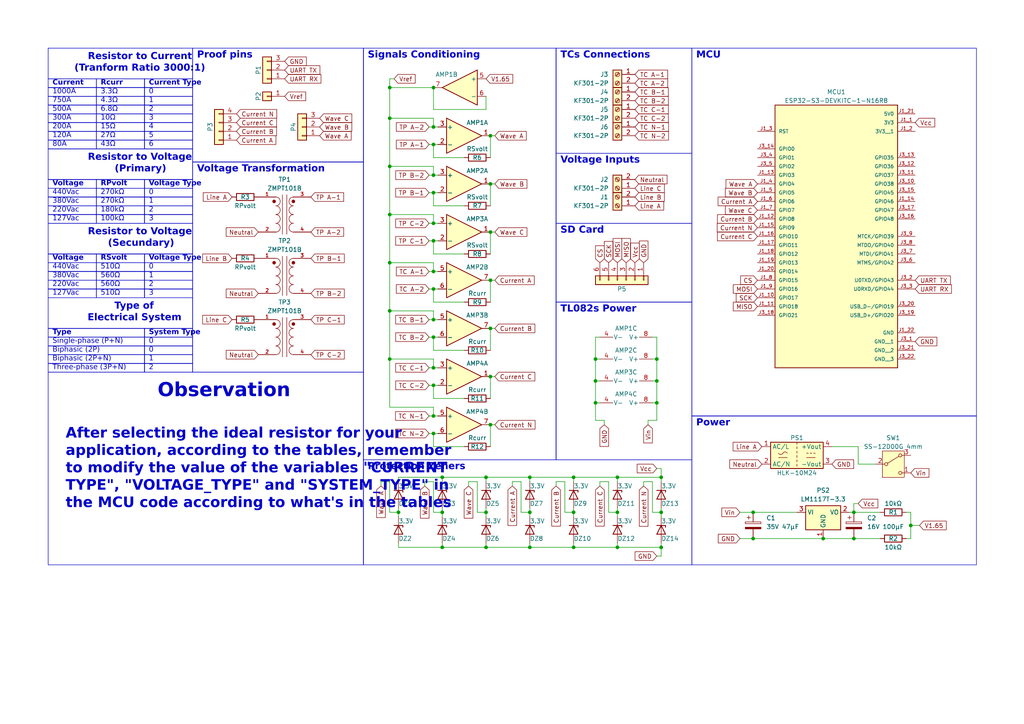
<source format=kicad_sch>
(kicad_sch (version 20230121) (generator eeschema)
  (paper "A4")
  (title_block (title "Power Vision V3.2 Schematic") (date "31/05/2024") (rev "1.2") (company "https://www.linkedin.com/in/lucasrguerra"))
  (junction (at 179.07 148.59))
  (junction (at 166.37 148.59))
  (junction (at 191.77 148.59))
  (junction (at 140.97 138.43))
  (junction (at 113.03 62.23))
  (junction (at 264.16 152.4))
  (junction (at 125.73 83.82))
  (junction (at 190.5 110.49))
  (junction (at 125.73 69.85))
  (junction (at 179.07 158.75))
  (junction (at 142.24 81.28))
  (junction (at 125.73 55.88))
  (junction (at 113.03 104.14))
  (junction (at 153.67 148.59))
  (junction (at 142.24 53.34))
  (junction (at 125.73 92.71))
  (junction (at 191.77 158.75))
  (junction (at 125.73 25.4))
  (junction (at 153.67 138.43))
  (junction (at 190.5 116.84))
  (junction (at 125.73 36.83))
  (junction (at 128.27 158.75))
  (junction (at 238.76 156.21))
  (junction (at 218.44 148.59))
  (junction (at 142.24 123.19))
  (junction (at 125.73 106.68))
  (junction (at 128.27 138.43))
  (junction (at 125.73 41.91))
  (junction (at 113.03 76.2))
  (junction (at 191.77 138.43))
  (junction (at 247.65 156.21))
  (junction (at 142.24 95.25))
  (junction (at 142.24 39.37))
  (junction (at 140.97 148.59))
  (junction (at 218.44 156.21))
  (junction (at 166.37 158.75))
  (junction (at 172.72 104.14))
  (junction (at 166.37 138.43))
  (junction (at 179.07 138.43))
  (junction (at 153.67 158.75))
  (junction (at 128.27 148.59))
  (junction (at 142.24 67.31))
  (junction (at 190.5 104.14))
  (junction (at 142.24 109.22))
  (junction (at 125.73 50.8))
  (junction (at 113.03 48.26))
  (junction (at 125.73 97.79))
  (junction (at 113.03 34.29))
  (junction (at 125.73 125.73))
  (junction (at 113.03 25.4))
  (junction (at 125.73 64.77))
  (junction (at 172.72 116.84))
  (junction (at 125.73 120.65))
  (junction (at 125.73 78.74))
  (junction (at 115.57 148.59))
  (junction (at 172.72 110.49))
  (junction (at 247.65 148.59))
  (junction (at 140.97 158.75))
  (junction (at 113.03 90.17))
  (junction (at 125.73 111.76))
  (wire (pts (xy 113.03 62.23) (xy 113.03 76.2)))
  (wire (pts (xy 142.24 53.34) (xy 143.51 53.34)))
  (wire (pts (xy 128.27 138.43) (xy 128.27 139.7)))
  (wire (pts (xy 125.73 31.75) (xy 125.73 25.4)))
  (wire (pts (xy 248.92 146.05) (xy 247.65 146.05)))
  (wire (pts (xy 142.24 129.54) (xy 142.24 123.19)))
  (wire (pts (xy 140.97 27.94) (xy 140.97 31.75)))
  (wire (pts (xy 115.57 158.75) (xy 128.27 158.75)))
  (wire (pts (xy 113.03 139.7) (xy 113.03 148.59)))
  (wire (pts (xy 179.07 139.7) (xy 179.07 138.43)))
  (wire (pts (xy 113.03 76.2) (xy 113.03 90.17)))
  (wire (pts (xy 125.73 48.26) (xy 113.03 48.26)))
  (wire (pts (xy 166.37 138.43) (xy 179.07 138.43)))
  (wire (pts (xy 125.73 106.68) (xy 125.73 104.14)))
  (wire (pts (xy 125.73 41.91) (xy 127 41.91)))
  (wire (pts (xy 125.73 69.85) (xy 127 69.85)))
  (wire (pts (xy 191.77 148.59) (xy 191.77 149.86)))
  (wire (pts (xy 142.24 45.72) (xy 142.24 39.37)))
  (wire (pts (xy 125.73 104.14) (xy 113.03 104.14)))
  (wire (pts (xy 148.59 139.7) (xy 148.59 140.97)))
  (wire (pts (xy 115.57 148.59) (xy 115.57 149.86)))
  (wire (pts (xy 115.57 147.32) (xy 115.57 148.59)))
  (wire (pts (xy 218.44 148.59) (xy 231.14 148.59)))
  (wire (pts (xy 125.73 83.82) (xy 127 83.82)))
  (wire (pts (xy 125.73 111.76) (xy 127 111.76)))
  (wire (pts (xy 179.07 158.75) (xy 191.77 158.75)))
  (wire (pts (xy 140.97 139.7) (xy 140.97 138.43)))
  (wire (pts (xy 124.46 83.82) (xy 125.73 83.82)))
  (wire (pts (xy 134.62 59.69) (xy 125.73 59.69)))
  (wire (pts (xy 125.73 92.71) (xy 125.73 90.17)))
  (wire (pts (xy 124.46 125.73) (xy 125.73 125.73)))
  (wire (pts (xy 262.89 148.59) (xy 264.16 148.59)))
  (wire (pts (xy 125.73 139.7) (xy 125.73 148.59)))
  (wire (pts (xy 247.65 156.21) (xy 255.27 156.21)))
  (wire (pts (xy 125.73 90.17) (xy 113.03 90.17)))
  (wire (pts (xy 247.65 146.05) (xy 247.65 148.59)))
  (wire (pts (xy 113.03 34.29) (xy 113.03 48.26)))
  (wire (pts (xy 173.99 116.84) (xy 172.72 116.84)))
  (wire (pts (xy 135.89 139.7) (xy 138.43 139.7)))
  (wire (pts (xy 166.37 147.32) (xy 166.37 148.59)))
  (wire (pts (xy 113.03 34.29) (xy 125.73 34.29)))
  (wire (pts (xy 186.69 139.7) (xy 186.69 140.97)))
  (wire (pts (xy 123.19 139.7) (xy 123.19 140.97)))
  (wire (pts (xy 134.62 129.54) (xy 125.73 129.54)))
  (wire (pts (xy 166.37 158.75) (xy 153.67 158.75)))
  (wire (pts (xy 125.73 97.79) (xy 127 97.79)))
  (wire (pts (xy 124.46 64.77) (xy 125.73 64.77)))
  (wire (pts (xy 190.5 110.49) (xy 189.23 110.49)))
  (wire (pts (xy 179.07 157.48) (xy 179.07 158.75)))
  (wire (pts (xy 191.77 139.7) (xy 191.77 138.43)))
  (wire (pts (xy 113.03 90.17) (xy 113.03 104.14)))
  (wire (pts (xy 125.73 36.83) (xy 125.73 34.29)))
  (wire (pts (xy 140.97 147.32) (xy 140.97 148.59)))
  (wire (pts (xy 175.26 121.92) (xy 172.72 121.92)))
  (wire (pts (xy 173.99 97.79) (xy 172.72 97.79)))
  (wire (pts (xy 189.23 97.79) (xy 190.5 97.79)))
  (wire (pts (xy 161.29 139.7) (xy 161.29 140.97)))
  (wire (pts (xy 128.27 158.75) (xy 128.27 157.48)))
  (wire (pts (xy 189.23 139.7) (xy 189.23 148.59)))
  (wire (pts (xy 113.03 22.86) (xy 114.3 22.86)))
  (wire (pts (xy 264.16 152.4) (xy 266.7 152.4)))
  (wire (pts (xy 172.72 97.79) (xy 172.72 104.14)))
  (wire (pts (xy 138.43 139.7) (xy 138.43 148.59)))
  (wire (pts (xy 124.46 69.85) (xy 125.73 69.85)))
  (wire (pts (xy 124.46 50.8) (xy 125.73 50.8)))
  (wire (pts (xy 123.19 139.7) (xy 125.73 139.7)))
  (wire (pts (xy 142.24 81.28) (xy 143.51 81.28)))
  (wire (pts (xy 142.24 123.19) (xy 143.51 123.19)))
  (wire (pts (xy 125.73 62.23) (xy 113.03 62.23)))
  (wire (pts (xy 153.67 158.75) (xy 140.97 158.75)))
  (wire (pts (xy 124.46 41.91) (xy 125.73 41.91)))
  (wire (pts (xy 124.46 55.88) (xy 125.73 55.88)))
  (wire (pts (xy 176.53 148.59) (xy 179.07 148.59)))
  (wire (pts (xy 166.37 157.48) (xy 166.37 158.75)))
  (wire (pts (xy 125.73 36.83) (xy 127 36.83)))
  (wire (pts (xy 124.46 120.65) (xy 125.73 120.65)))
  (wire (pts (xy 140.97 31.75) (xy 125.73 31.75)))
  (wire (pts (xy 125.73 120.65) (xy 127 120.65)))
  (wire (pts (xy 125.73 118.11) (xy 125.73 120.65)))
  (wire (pts (xy 140.97 148.59) (xy 140.97 149.86)))
  (wire (pts (xy 115.57 157.48) (xy 115.57 158.75)))
  (wire (pts (xy 142.24 67.31) (xy 143.51 67.31)))
  (wire (pts (xy 113.03 48.26) (xy 113.03 62.23)))
  (wire (pts (xy 113.03 22.86) (xy 113.03 25.4)))
  (wire (pts (xy 124.46 106.68) (xy 125.73 106.68)))
  (wire (pts (xy 113.03 118.11) (xy 125.73 118.11)))
  (wire (pts (xy 163.83 148.59) (xy 166.37 148.59)))
  (wire (pts (xy 142.24 67.31) (xy 142.24 73.66)))
  (wire (pts (xy 125.73 101.6) (xy 125.73 97.79)))
  (wire (pts (xy 148.59 139.7) (xy 151.13 139.7)))
  (wire (pts (xy 142.24 95.25) (xy 143.51 95.25)))
  (wire (pts (xy 125.73 78.74) (xy 125.73 76.2)))
  (wire (pts (xy 125.73 78.74) (xy 127 78.74)))
  (wire (pts (xy 264.16 152.4) (xy 264.16 156.21)))
  (wire (pts (xy 179.07 147.32) (xy 179.07 148.59)))
  (wire (pts (xy 125.73 106.68) (xy 127 106.68)))
  (wire (pts (xy 191.77 135.89) (xy 191.77 138.43)))
  (wire (pts (xy 110.49 139.7) (xy 113.03 139.7)))
  (wire (pts (xy 190.5 104.14) (xy 190.5 110.49)))
  (wire (pts (xy 172.72 104.14) (xy 172.72 110.49)))
  (wire (pts (xy 264.16 148.59) (xy 264.16 152.4)))
  (wire (pts (xy 142.24 101.6) (xy 142.24 95.25)))
  (wire (pts (xy 191.77 147.32) (xy 191.77 148.59)))
  (wire (pts (xy 142.24 115.57) (xy 142.24 109.22)))
  (wire (pts (xy 190.5 97.79) (xy 190.5 104.14)))
  (wire (pts (xy 189.23 148.59) (xy 191.77 148.59)))
  (wire (pts (xy 190.5 110.49) (xy 190.5 116.84)))
  (wire (pts (xy 125.73 64.77) (xy 127 64.77)))
  (wire (pts (xy 262.89 156.21) (xy 264.16 156.21)))
  (wire (pts (xy 140.97 157.48) (xy 140.97 158.75)))
  (wire (pts (xy 113.03 25.4) (xy 125.73 25.4)))
  (wire (pts (xy 191.77 161.29) (xy 191.77 158.75)))
  (wire (pts (xy 115.57 138.43) (xy 128.27 138.43)))
  (wire (pts (xy 125.73 76.2) (xy 113.03 76.2)))
  (wire (pts (xy 134.62 101.6) (xy 125.73 101.6)))
  (wire (pts (xy 190.5 116.84) (xy 190.5 121.92)))
  (wire (pts (xy 140.97 158.75) (xy 128.27 158.75)))
  (wire (pts (xy 110.49 139.7) (xy 110.49 140.97)))
  (wire (pts (xy 124.46 36.83) (xy 125.73 36.83)))
  (wire (pts (xy 113.03 104.14) (xy 113.03 118.11)))
  (wire (pts (xy 179.07 148.59) (xy 179.07 149.86)))
  (wire (pts (xy 173.99 139.7) (xy 176.53 139.7)))
  (wire (pts (xy 238.76 156.21) (xy 247.65 156.21)))
  (wire (pts (xy 153.67 157.48) (xy 153.67 158.75)))
  (wire (pts (xy 134.62 73.66) (xy 125.73 73.66)))
  (wire (pts (xy 142.24 59.69) (xy 142.24 53.34)))
  (wire (pts (xy 125.73 45.72) (xy 125.73 41.91)))
  (wire (pts (xy 128.27 138.43) (xy 140.97 138.43)))
  (wire (pts (xy 166.37 139.7) (xy 166.37 138.43)))
  (wire (pts (xy 125.73 59.69) (xy 125.73 55.88)))
  (wire (pts (xy 142.24 87.63) (xy 142.24 81.28)))
  (wire (pts (xy 172.72 116.84) (xy 172.72 121.92)))
  (wire (pts (xy 166.37 148.59) (xy 166.37 149.86)))
  (wire (pts (xy 125.73 73.66) (xy 125.73 69.85)))
  (wire (pts (xy 248.92 134.62) (xy 248.92 129.54)))
  (wire (pts (xy 125.73 50.8) (xy 125.73 48.26)))
  (wire (pts (xy 172.72 110.49) (xy 172.72 116.84)))
  (wire (pts (xy 151.13 139.7) (xy 151.13 148.59)))
  (wire (pts (xy 135.89 139.7) (xy 135.89 140.97)))
  (wire (pts (xy 142.24 109.22) (xy 143.51 109.22)))
  (wire (pts (xy 254 134.62) (xy 248.92 134.62)))
  (wire (pts (xy 125.73 87.63) (xy 125.73 83.82)))
  (wire (pts (xy 179.07 138.43) (xy 191.77 138.43)))
  (wire (pts (xy 134.62 115.57) (xy 125.73 115.57)))
  (wire (pts (xy 173.99 139.7) (xy 173.99 140.97)))
  (wire (pts (xy 115.57 139.7) (xy 115.57 138.43)))
  (wire (pts (xy 124.46 111.76) (xy 125.73 111.76)))
  (wire (pts (xy 113.03 148.59) (xy 115.57 148.59)))
  (wire (pts (xy 125.73 50.8) (xy 127 50.8)))
  (wire (pts (xy 190.5 116.84) (xy 189.23 116.84)))
  (wire (pts (xy 214.63 148.59) (xy 218.44 148.59)))
  (wire (pts (xy 138.43 148.59) (xy 140.97 148.59)))
  (wire (pts (xy 176.53 139.7) (xy 176.53 148.59)))
  (wire (pts (xy 179.07 158.75) (xy 166.37 158.75)))
  (wire (pts (xy 124.46 97.79) (xy 125.73 97.79)))
  (wire (pts (xy 175.26 123.19) (xy 175.26 121.92)))
  (wire (pts (xy 214.63 156.21) (xy 218.44 156.21)))
  (wire (pts (xy 124.46 92.71) (xy 125.73 92.71)))
  (wire (pts (xy 125.73 115.57) (xy 125.73 111.76)))
  (wire (pts (xy 125.73 148.59) (xy 128.27 148.59)))
  (wire (pts (xy 153.67 148.59) (xy 153.67 149.86)))
  (wire (pts (xy 134.62 45.72) (xy 125.73 45.72)))
  (wire (pts (xy 142.24 39.37) (xy 143.51 39.37)))
  (wire (pts (xy 153.67 147.32) (xy 153.67 148.59)))
  (wire (pts (xy 125.73 125.73) (xy 127 125.73)))
  (wire (pts (xy 218.44 156.21) (xy 238.76 156.21)))
  (wire (pts (xy 128.27 148.59) (xy 128.27 149.86)))
  (wire (pts (xy 190.5 104.14) (xy 189.23 104.14)))
  (wire (pts (xy 128.27 147.32) (xy 128.27 148.59)))
  (wire (pts (xy 173.99 104.14) (xy 172.72 104.14)))
  (wire (pts (xy 151.13 148.59) (xy 153.67 148.59)))
  (wire (pts (xy 153.67 138.43) (xy 166.37 138.43)))
  (wire (pts (xy 125.73 129.54) (xy 125.73 125.73)))
  (wire (pts (xy 113.03 25.4) (xy 113.03 34.29)))
  (wire (pts (xy 247.65 148.59) (xy 255.27 148.59)))
  (wire (pts (xy 124.46 78.74) (xy 125.73 78.74)))
  (wire (pts (xy 161.29 139.7) (xy 163.83 139.7)))
  (wire (pts (xy 125.73 92.71) (xy 127 92.71)))
  (wire (pts (xy 190.5 161.29) (xy 191.77 161.29)))
  (wire (pts (xy 163.83 139.7) (xy 163.83 148.59)))
  (wire (pts (xy 140.97 138.43) (xy 153.67 138.43)))
  (wire (pts (xy 187.96 121.92) (xy 190.5 121.92)))
  (wire (pts (xy 125.73 64.77) (xy 125.73 62.23)))
  (wire (pts (xy 134.62 87.63) (xy 125.73 87.63)))
  (wire (pts (xy 125.73 55.88) (xy 127 55.88)))
  (wire (pts (xy 153.67 139.7) (xy 153.67 138.43)))
  (wire (pts (xy 173.99 110.49) (xy 172.72 110.49)))
  (wire (pts (xy 186.69 139.7) (xy 189.23 139.7)))
  (wire (pts (xy 190.5 135.89) (xy 191.77 135.89)))
  (wire (pts (xy 246.38 148.59) (xy 247.65 148.59)))
  (wire (pts (xy 248.92 129.54) (xy 241.3 129.54)))
  (wire (pts (xy 187.96 123.19) (xy 187.96 121.92)))
  (wire (pts (xy 191.77 157.48) (xy 191.77 158.75)))
  (rectangle (start 27.94 38.1) (end 41.91 40.64))
  (rectangle (start 41.91 40.64) (end 55.88 43.18))
  (rectangle (start 27.94 22.86) (end 41.91 25.4))
  (rectangle (start 27.94 78.74) (end 41.91 81.28))
  (rectangle (start 27.94 73.66) (end 41.91 76.2))
  (rectangle (start 13.97 102.87) (end 41.91 105.41))
  (rectangle (start 41.91 52.07) (end 55.88 54.61))
  (rectangle (start 27.94 62.23) (end 41.91 64.77))
  (rectangle (start 13.97 64.77) (end 55.88 73.66))
  (rectangle (start 41.91 83.82) (end 55.88 86.36))
  (rectangle (start 27.94 30.48) (end 41.91 33.02))
  (rectangle (start 41.91 105.41) (end 55.88 107.95))
  (rectangle (start 13.97 57.15) (end 27.94 59.69))
  (rectangle (start 55.88 46.99) (end 105.41 107.95))
  (rectangle (start 27.94 81.28) (end 41.91 83.82))
  (rectangle (start 13.97 100.33) (end 41.91 102.87))
  (rectangle (start 200.66 13.97) (end 283.21 120.65))
  (rectangle (start 13.97 38.1) (end 27.94 40.64))
  (rectangle (start 13.97 22.86) (end 27.94 25.4))
  (rectangle (start 41.91 78.74) (end 55.88 81.28))
  (rectangle (start 161.29 13.97) (end 200.66 44.45))
  (rectangle (start 105.41 13.97) (end 161.29 133.35))
  (rectangle (start 41.91 100.33) (end 55.88 102.87))
  (rectangle (start 200.66 120.65) (end 283.21 163.83))
  (rectangle (start 13.97 35.56) (end 27.94 38.1))
  (rectangle (start 55.88 13.97) (end 105.41 46.99))
  (rectangle (start 41.91 27.94) (end 55.88 30.48))
  (rectangle (start 161.29 64.77) (end 200.66 87.63))
  (rectangle (start 41.91 38.1) (end 55.88 40.64))
  (rectangle (start 13.97 76.2) (end 27.94 78.74))
  (rectangle (start 41.91 73.66) (end 55.88 76.2))
  (rectangle (start 13.97 30.48) (end 27.94 33.02))
  (rectangle (start 41.91 22.86) (end 55.88 25.4))
  (rectangle (start 41.91 59.69) (end 55.88 62.23))
  (rectangle (start 41.91 102.87) (end 55.88 105.41))
  (rectangle (start 13.97 105.41) (end 41.91 107.95))
  (rectangle (start 13.97 13.97) (end 55.88 22.86))
  (rectangle (start 27.94 52.07) (end 41.91 54.61))
  (rectangle (start 27.94 35.56) (end 41.91 38.1))
  (rectangle (start 13.97 54.61) (end 27.94 57.15))
  (rectangle (start 27.94 57.15) (end 41.91 59.69))
  (rectangle (start 13.97 107.95) (end 105.41 163.83))
  (rectangle (start 13.97 97.79) (end 41.91 100.33))
  (rectangle (start 161.29 44.45) (end 200.66 64.77))
  (rectangle (start 13.97 86.36) (end 55.88 95.25))
  (rectangle (start 27.94 59.69) (end 41.91 62.23))
  (rectangle (start 27.94 54.61) (end 41.91 57.15))
  (rectangle (start 41.91 25.4) (end 55.88 27.94))
  (rectangle (start 13.97 62.23) (end 27.94 64.77))
  (rectangle (start 105.41 133.35) (end 200.66 163.83))
  (rectangle (start 41.91 30.48) (end 55.88 33.02))
  (rectangle (start 27.94 27.94) (end 41.91 30.48))
  (rectangle (start 13.97 78.74) (end 27.94 81.28))
  (rectangle (start 27.94 33.02) (end 41.91 35.56))
  (rectangle (start 41.91 57.15) (end 55.88 59.69))
  (rectangle (start 13.97 33.02) (end 27.94 35.56))
  (rectangle (start 27.94 76.2) (end 41.91 78.74))
  (rectangle (start 41.91 33.02) (end 55.88 35.56))
  (rectangle (start 27.94 25.4) (end 41.91 27.94))
  (rectangle (start 41.91 95.25) (end 55.88 97.79))
  (rectangle (start 13.97 27.94) (end 27.94 30.48))
  (rectangle (start 41.91 97.79) (end 55.88 100.33))
  (rectangle (start 13.97 73.66) (end 27.94 76.2))
  (rectangle (start 13.97 59.69) (end 27.94 62.23))
  (rectangle (start 13.97 83.82) (end 27.94 86.36))
  (rectangle (start 161.29 87.63) (end 200.66 133.35))
  (rectangle (start 13.97 43.18) (end 55.88 52.07))
  (rectangle (start 27.94 83.82) (end 41.91 86.36))
  (rectangle (start 41.91 76.2) (end 55.88 78.74))
  (rectangle (start 41.91 81.28) (end 55.88 83.82))
  (rectangle (start 41.91 54.61) (end 55.88 57.15))
  (rectangle (start 13.97 25.4) (end 27.94 27.94))
  (rectangle (start 13.97 52.07) (end 27.94 54.61))
  (rectangle (start 13.97 95.25) (end 41.91 97.79))
  (rectangle (start 13.97 81.28) (end 27.94 83.82))
  (rectangle (start 13.97 40.64) (end 27.94 43.18))
  (rectangle (start 41.91 35.56) (end 55.88 38.1))
  (rectangle (start 27.94 40.64) (end 41.91 43.18))
  (rectangle (start 41.91 62.23) (end 55.88 64.77))
  (text "5" (at 43.18 40.64 0) (effects (font (size 1.5 1.5)) (justify left bottom)))
  (text "43Ω" (at 29.21 43.18 0) (effects (font (size 1.5 1.5)) (justify left bottom)))
  (text "    Resistor to Voltage\n          (Secundary)" (at 21.59 72.39 0) (effects (font (size 2 2) (thickness 0.254) bold) (justify left bottom)))
  (text "Type\n" (at 15.24 97.79 0) (effects (font (size 1.5 1.5) (thickness 0.3) bold) (justify left bottom)))
  (text "15Ω" (at 29.21 38.1 0) (effects (font (size 1.5 1.5)) (justify left bottom)))
  (text "220Vac" (at 15.24 62.23 0) (effects (font (size 1.5 1.5)) (justify left bottom)))
  (text "0" (at 43.18 27.94 0) (effects (font (size 1.5 1.5)) (justify left bottom)))
  (text "380Vac" (at 15.24 59.69 0) (effects (font (size 1.5 1.5)) (justify left bottom)))
  (text "Biphasic (2P)" (at 15.24 102.87 0) (effects (font (size 1.5 1.5)) (justify left bottom)))
  (text "380Vac" (at 15.24 81.28 0) (effects (font (size 1.5 1.5)) (justify left bottom)))
  (text "220Vac" (at 15.24 83.82 0) (effects (font (size 1.5 1.5)) (justify left bottom)))
  (text "2" (at 43.18 107.95 0) (effects (font (size 1.5 1.5)) (justify left bottom)))
  (text "560Ω" (at 29.21 81.28 0) (effects (font (size 1.5 1.5)) (justify left bottom)))
  (text "RSvolt" (at 29.21 76.2 0) (effects (font (size 1.5 1.5) (thickness 0.3) bold) (justify left bottom)))
  (text "500A" (at 15.24 33.02 0) (effects (font (size 1.5 1.5)) (justify left bottom)))
  (text "1" (at 43.18 59.69 0) (effects (font (size 1.5 1.5)) (justify left bottom)))
  (text "2" (at 43.18 83.82 0) (effects (font (size 1.5 1.5)) (justify left bottom)))
  (text "6" (at 43.18 43.18 0) (effects (font (size 1.5 1.5)) (justify left bottom)))
  (text "        Type of\nElectrical System" (at 25.4 93.98 0) (effects (font (size 2 2) (thickness 0.254) bold) (justify left bottom)))
  (text "Voltage Type" (at 43.18 54.61 0) (effects (font (size 1.5 1.5) (thickness 0.3) bold) (justify left bottom)))
  (text "2" (at 43.18 33.02 0) (effects (font (size 1.5 1.5)) (justify left bottom)))
  (text "Current" (at 15.24 25.4 0) (effects (font (size 1.5 1.5) (thickness 0.3) bold) (justify left bottom)))
  (text "300A" (at 15.24 35.56 0) (effects (font (size 1.5 1.5)) (justify left bottom)))
  (text "MCU" (at 201.93 17.78 0) (effects (font (size 2 2) (thickness 0.254) bold) (justify left bottom)))
  (text "4.3Ω" (at 29.21 30.48 0) (effects (font (size 1.5 1.5)) (justify left bottom)))
  (text "750A" (at 15.24 30.48 0) (effects (font (size 1.5 1.5)) (justify left bottom)))
  (text "440Vac" (at 15.24 78.74 0) (effects (font (size 1.5 1.5)) (justify left bottom)))
  (text "6.8Ω" (at 29.21 33.02 0) (effects (font (size 1.5 1.5)) (justify left bottom)))
  (text "RPvolt" (at 29.21 54.61 0) (effects (font (size 1.5 1.5) (thickness 0.3) bold) (justify left bottom)))
  (text "2" (at 43.18 62.23 0) (effects (font (size 1.5 1.5)) (justify left bottom)))
  (text "0" (at 43.18 102.87 0) (effects (font (size 1.5 1.5)) (justify left bottom)))
  (text "Power" (at 201.93 124.46 0) (effects (font (size 2 2) (thickness 0.254) bold) (justify left bottom)))
  (text "270kΩ" (at 29.21 57.15 0) (effects (font (size 1.5 1.5)) (justify left bottom)))
  (text "270kΩ" (at 29.21 59.69 0) (effects (font (size 1.5 1.5)) (justify left bottom)))
  (text "100kΩ" (at 29.21 64.77 0) (effects (font (size 1.5 1.5)) (justify left bottom)))
  (text "Voltage" (at 15.24 76.2 0) (effects (font (size 1.5 1.5) (thickness 0.3) bold) (justify left bottom)))
  (text "Voltage Inputs" (at 162.56 48.26 0) (effects (font (size 2 2) (thickness 0.254) bold) (justify left bottom)))
  (text "System Type" (at 43.18 97.79 0) (effects (font (size 1.5 1.5) (thickness 0.3) bold) (justify left bottom)))
  (text "3" (at 43.18 86.36 0) (effects (font (size 1.5 1.5)) (justify left bottom)))
  (text "27Ω" (at 29.21 40.64 0) (effects (font (size 1.5 1.5)) (justify left bottom)))
  (text "10Ω" (at 29.21 35.56 0) (effects (font (size 1.5 1.5)) (justify left bottom)))
  (text "560Ω" (at 29.21 83.82 0) (effects (font (size 1.5 1.5)) (justify left bottom)))
  (text "Voltage Type" (at 43.18 76.2 0) (effects (font (size 1.5 1.5) (thickness 0.3) bold) (justify left bottom)))
  (text "    Resistor to Voltage\n            (Primary)" (at 21.59 50.8 0) (effects (font (size 2 2) (thickness 0.254) bold) (justify left bottom)))
  (text "After selecting the ideal resistor for your\napplication, according to the tables, remember\nto modify the value of the variables \"CURRENT\nTYPE\", \"VOLTAGE_TYPE\" and \"SYSTEM_TYPE\" in\nthe MCU code according to what's in the tables" (at 19.05 148.59 0) (effects (font (size 3 3) (thickness 0.6) bold) (justify left bottom)))
  (text "120A" (at 15.24 40.64 0) (effects (font (size 1.5 1.5)) (justify left bottom)))
  (text "Protection Zeners" (at 106.68 137.16 0) (effects (font (size 2 2) (thickness 0.254) bold) (justify left bottom)))
  (text "127Vac" (at 15.24 64.77 0) (effects (font (size 1.5 1.5)) (justify left bottom)))
  (text "TL082s Power\n" (at 162.56 91.44 0) (effects (font (size 2 2) (thickness 0.254) bold) (justify left bottom)))
  (text "1" (at 43.18 81.28 0) (effects (font (size 1.5 1.5)) (justify left bottom)))
  (text "180kΩ" (at 29.21 62.23 0) (effects (font (size 1.5 1.5)) (justify left bottom)))
  (text "Signals Conditioning" (at 106.68 17.78 0) (effects (font (size 2 2) (thickness 0.254) bold) (justify left bottom)))
  (text "0" (at 43.18 57.15 0) (effects (font (size 1.5 1.5)) (justify left bottom)))
  (text "1000A" (at 15.24 27.94 0) (effects (font (size 1.5 1.5)) (justify left bottom)))
  (text "Current Type" (at 43.18 25.4 0) (effects (font (size 1.5 1.5) (thickness 0.3) bold) (justify left bottom)))
  (text "Voltage Transformation\n" (at 57.15 50.8 0) (effects (font (size 2 2) (thickness 0.254) bold) (justify left bottom)))
  (text "127Vac" (at 15.24 86.36 0) (effects (font (size 1.5 1.5)) (justify left bottom)))
  (text "200A" (at 15.24 38.1 0) (effects (font (size 1.5 1.5)) (justify left bottom)))
  (text "1" (at 43.18 30.48 0) (effects (font (size 1.5 1.5)) (justify left bottom)))
  (text "510Ω" (at 29.21 86.36 0) (effects (font (size 1.5 1.5)) (justify left bottom)))
  (text "Three-phase (3P+N)" (at 15.24 107.95 0) (effects (font (size 1.5 1.5)) (justify left bottom)))
  (text "0" (at 43.18 100.33 0) (effects (font (size 1.5 1.5)) (justify left bottom)))
  (text "80A" (at 15.24 43.18 0) (effects (font (size 1.5 1.5)) (justify left bottom)))
  (text "3" (at 43.18 64.77 0) (effects (font (size 1.5 1.5)) (justify left bottom)))
  (text "1" (at 43.18 105.41 0) (effects (font (size 1.5 1.5)) (justify left bottom)))
  (text "Biphasic (2P+N)\n" (at 15.24 105.41 0) (effects (font (size 1.5 1.5)) (justify left bottom)))
  (text "SD Card" (at 162.56 68.58 0) (effects (font (size 2 2) (thickness 0.254) bold) (justify left bottom)))
  (text "Rcurr" (at 29.21 25.4 0) (effects (font (size 1.5 1.5) (thickness 0.3) bold) (justify left bottom)))
  (text "3.3Ω" (at 29.21 27.94 0) (effects (font (size 1.5 1.5)) (justify left bottom)))
  (text "    Resistor to Current\n(Tranform Ratio 3000:1)" (at 21.59 21.59 0) (effects (font (size 2 2) (thickness 0.254) bold) (justify left bottom)))
  (text "4" (at 43.18 38.1 0) (effects (font (size 1.5 1.5)) (justify left bottom)))
  (text "510Ω" (at 29.21 78.74 0) (effects (font (size 1.5 1.5)) (justify left bottom)))
  (text "3" (at 43.18 35.56 0) (effects (font (size 1.5 1.5)) (justify left bottom)))
  (text "Voltage" (at 15.24 54.61 0) (effects (font (size 1.5 1.5) (thickness 0.3) bold) (justify left bottom)))
  (text "Single-phase (P+N)" (at 15.24 100.33 0) (effects (font (size 1.5 1.5)) (justify left bottom)))
  (text "TCs Connections" (at 162.56 17.78 0) (effects (font (size 2 2) (thickness 0.254) bold) (justify left bottom)))
  (text "440Vac" (at 15.24 57.15 0) (effects (font (size 1.5 1.5)) (justify left bottom)))
  (text "Proof pins" (at 57.15 17.78 0) (effects (font (size 2 2) (thickness 0.254) bold) (justify left bottom)))
  (text "0" (at 43.18 78.74 0) (effects (font (size 1.5 1.5)) (justify left bottom)))
  (text "Observation" (at 45.72 116.84 0) (effects (font (size 4 4) (thickness 0.254) bold) (justify left bottom)))
  (global_label "Current C" (shape input) (at 143.51 109.22 0) (property "Intersheetrefs" "${INTERSHEET_REFS}" (effects hide)))
  (global_label "GND" (shape input) (at 190.5 161.29 180) (property "Intersheetrefs" "${INTERSHEET_REFS}" (effects hide)))
  (global_label "GND" (shape input) (at 82.55 17.78 0) (property "Intersheetrefs" "${INTERSHEET_REFS}" (effects hide)))
  (global_label "Wave C" (shape input) (at 219.71 60.96 180) (property "Intersheetrefs" "${INTERSHEET_REFS}" (effects hide)))
  (global_label "Current A" (shape input) (at 219.71 58.42 180) (property "Intersheetrefs" "${INTERSHEET_REFS}" (effects hide)))
  (global_label "Wave C" (shape input) (at 143.51 67.31 0) (property "Intersheetrefs" "${INTERSHEET_REFS}" (effects hide)))
  (global_label "Neutral" (shape input) (at 184.15 52.07 0) (property "Intersheetrefs" "${INTERSHEET_REFS}" (effects hide)))
  (global_label "Wave A" (shape input) (at 110.49 140.97 270) (property "Intersheetrefs" "${INTERSHEET_REFS}" (effects hide)))
  (global_label "Vin" (shape input) (at 214.63 148.59 180) (property "Intersheetrefs" "${INTERSHEET_REFS}" (effects hide)))
  (global_label "V1.65" (shape input) (at 140.97 22.86 0) (property "Intersheetrefs" "${INTERSHEET_REFS}" (effects hide)))
  (global_label "GND" (shape input) (at 265.43 99.06 0) (property "Intersheetrefs" "${INTERSHEET_REFS}" (effects hide)))
  (global_label "CS" (shape input) (at 173.99 76.2 90) (property "Intersheetrefs" "${INTERSHEET_REFS}" (effects hide)))
  (global_label "Current N" (shape input) (at 68.58 33.02 0) (property "Intersheetrefs" "${INTERSHEET_REFS}" (effects hide)))
  (global_label "TP C-2" (shape input) (at 124.46 64.77 180) (property "Intersheetrefs" "${INTERSHEET_REFS}" (effects hide)))
  (global_label "Wave B" (shape input) (at 219.71 55.88 180) (property "Intersheetrefs" "${INTERSHEET_REFS}" (effects hide)))
  (global_label "TC C-2" (shape input) (at 124.46 111.76 180) (property "Intersheetrefs" "${INTERSHEET_REFS}" (effects hide)))
  (global_label "Line C" (shape input) (at 184.15 54.61 0) (property "Intersheetrefs" "${INTERSHEET_REFS}" (effects hide)))
  (global_label "Vcc" (shape input) (at 248.92 146.05 0) (property "Intersheetrefs" "${INTERSHEET_REFS}" (effects hide)))
  (global_label "SCK" (shape input) (at 176.53 76.2 90) (property "Intersheetrefs" "${INTERSHEET_REFS}" (effects hide)))
  (global_label "Wave B" (shape input) (at 143.51 53.34 0) (property "Intersheetrefs" "${INTERSHEET_REFS}" (effects hide)))
  (global_label "Current A" (shape input) (at 143.51 81.28 0) (property "Intersheetrefs" "${INTERSHEET_REFS}" (effects hide)))
  (global_label "Vcc" (shape input) (at 184.15 76.2 90) (property "Intersheetrefs" "${INTERSHEET_REFS}" (effects hide)))
  (global_label "TP C-2" (shape input) (at 90.17 102.87 0) (property "Intersheetrefs" "${INTERSHEET_REFS}" (effects hide)))
  (global_label "TP A-2" (shape input) (at 90.17 67.31 0) (property "Intersheetrefs" "${INTERSHEET_REFS}" (effects hide)))
  (global_label "MOSI" (shape input) (at 219.71 83.82 180) (property "Intersheetrefs" "${INTERSHEET_REFS}" (effects hide)))
  (global_label "TC A-2" (shape input) (at 124.46 83.82 180) (property "Intersheetrefs" "${INTERSHEET_REFS}" (effects hide)))
  (global_label "Line C" (shape input) (at 67.31 92.71 180) (property "Intersheetrefs" "${INTERSHEET_REFS}" (effects hide)))
  (global_label "Vin" (shape input) (at 264.16 137.16 0) (property "Intersheetrefs" "${INTERSHEET_REFS}" (effects hide)))
  (global_label "CS" (shape input) (at 219.71 81.28 180) (property "Intersheetrefs" "${INTERSHEET_REFS}" (effects hide)))
  (global_label "Vin" (shape input) (at 187.96 123.19 270) (property "Intersheetrefs" "${INTERSHEET_REFS}" (effects hide)))
  (global_label "UART RX" (shape input) (at 82.55 22.86 0) (property "Intersheetrefs" "${INTERSHEET_REFS}" (effects hide)))
  (global_label "TC B-1" (shape input) (at 184.15 26.67 0) (property "Intersheetrefs" "${INTERSHEET_REFS}" (effects hide)))
  (global_label "TC B-1" (shape input) (at 124.46 92.71 180) (property "Intersheetrefs" "${INTERSHEET_REFS}" (effects hide)))
  (global_label "Vref" (shape input) (at 82.55 27.94 0) (property "Intersheetrefs" "${INTERSHEET_REFS}" (effects hide)))
  (global_label "GND" (shape input) (at 175.26 123.19 270) (property "Intersheetrefs" "${INTERSHEET_REFS}" (effects hide)))
  (global_label "TP B-1" (shape input) (at 124.46 55.88 180) (property "Intersheetrefs" "${INTERSHEET_REFS}" (effects hide)))
  (global_label "Current N" (shape input) (at 186.69 140.97 270) (property "Intersheetrefs" "${INTERSHEET_REFS}" (effects hide)))
  (global_label "GND" (shape input) (at 241.3 134.62 0) (property "Intersheetrefs" "${INTERSHEET_REFS}" (effects hide)))
  (global_label "MISO" (shape input) (at 181.61 76.2 90) (property "Intersheetrefs" "${INTERSHEET_REFS}" (effects hide)))
  (global_label "Current A" (shape input) (at 68.58 40.64 0) (property "Intersheetrefs" "${INTERSHEET_REFS}" (effects hide)))
  (global_label "TP C-1" (shape input) (at 124.46 69.85 180) (property "Intersheetrefs" "${INTERSHEET_REFS}" (effects hide)))
  (global_label "Wave C" (shape input) (at 92.71 34.29 0) (property "Intersheetrefs" "${INTERSHEET_REFS}" (effects hide)))
  (global_label "TP A-1" (shape input) (at 90.17 57.15 0) (property "Intersheetrefs" "${INTERSHEET_REFS}" (effects hide)))
  (global_label "UART TX" (shape input) (at 265.43 81.28 0) (property "Intersheetrefs" "${INTERSHEET_REFS}" (effects hide)))
  (global_label "V1.65" (shape input) (at 266.7 152.4 0) (property "Intersheetrefs" "${INTERSHEET_REFS}" (effects hide)))
  (global_label "TC N-2" (shape input) (at 124.46 125.73 180) (property "Intersheetrefs" "${INTERSHEET_REFS}" (effects hide)))
  (global_label "Current C" (shape input) (at 68.58 35.56 0) (property "Intersheetrefs" "${INTERSHEET_REFS}" (effects hide)))
  (global_label "Neutral" (shape input) (at 74.93 85.09 180) (property "Intersheetrefs" "${INTERSHEET_REFS}" (effects hide)))
  (global_label "Neutral" (shape input) (at 74.93 67.31 180) (property "Intersheetrefs" "${INTERSHEET_REFS}" (effects hide)))
  (global_label "Line B" (shape input) (at 67.31 74.93 180) (property "Intersheetrefs" "${INTERSHEET_REFS}" (effects hide)))
  (global_label "TP B-2" (shape input) (at 124.46 50.8 180) (property "Intersheetrefs" "${INTERSHEET_REFS}" (effects hide)))
  (global_label "TC A-1" (shape input) (at 124.46 78.74 180) (property "Intersheetrefs" "${INTERSHEET_REFS}" (effects hide)))
  (global_label "Wave C" (shape input) (at 135.89 140.97 270) (property "Intersheetrefs" "${INTERSHEET_REFS}" (effects hide)))
  (global_label "Wave B" (shape input) (at 92.71 36.83 0) (property "Intersheetrefs" "${INTERSHEET_REFS}" (effects hide)))
  (global_label "Vcc" (shape input) (at 190.5 135.89 180) (property "Intersheetrefs" "${INTERSHEET_REFS}" (effects hide)))
  (global_label "TC C-1" (shape input) (at 184.15 31.75 0) (property "Intersheetrefs" "${INTERSHEET_REFS}" (effects hide)))
  (global_label "Vcc" (shape input) (at 265.43 35.56 0) (property "Intersheetrefs" "${INTERSHEET_REFS}" (effects hide)))
  (global_label "TC A-1" (shape input) (at 184.15 21.59 0) (property "Intersheetrefs" "${INTERSHEET_REFS}" (effects hide)))
  (global_label "Current A" (shape input) (at 148.59 140.97 270) (property "Intersheetrefs" "${INTERSHEET_REFS}" (effects hide)))
  (global_label "Line B" (shape input) (at 184.15 57.15 0) (property "Intersheetrefs" "${INTERSHEET_REFS}" (effects hide)))
  (global_label "MISO" (shape input) (at 219.71 88.9 180) (property "Intersheetrefs" "${INTERSHEET_REFS}" (effects hide)))
  (global_label "Neutral" (shape input) (at 220.98 134.62 180) (property "Intersheetrefs" "${INTERSHEET_REFS}" (effects hide)))
  (global_label "Vref" (shape input) (at 114.3 22.86 0) (property "Intersheetrefs" "${INTERSHEET_REFS}" (effects hide)))
  (global_label "TP A-2" (shape input) (at 124.46 36.83 180) (property "Intersheetrefs" "${INTERSHEET_REFS}" (effects hide)))
  (global_label "TC C-2" (shape input) (at 184.15 34.29 0) (property "Intersheetrefs" "${INTERSHEET_REFS}" (effects hide)))
  (global_label "Current N" (shape input) (at 219.71 66.04 180) (property "Intersheetrefs" "${INTERSHEET_REFS}" (effects hide)))
  (global_label "SCK" (shape input) (at 219.71 86.36 180) (property "Intersheetrefs" "${INTERSHEET_REFS}" (effects hide)))
  (global_label "Line A" (shape input) (at 67.31 57.15 180) (property "Intersheetrefs" "${INTERSHEET_REFS}" (effects hide)))
  (global_label "TC B-2" (shape input) (at 124.46 97.79 180) (property "Intersheetrefs" "${INTERSHEET_REFS}" (effects hide)))
  (global_label "Wave A" (shape input) (at 219.71 53.34 180) (property "Intersheetrefs" "${INTERSHEET_REFS}" (effects hide)))
  (global_label "TC C-1" (shape input) (at 124.46 106.68 180) (property "Intersheetrefs" "${INTERSHEET_REFS}" (effects hide)))
  (global_label "GND" (shape input) (at 186.69 76.2 90) (property "Intersheetrefs" "${INTERSHEET_REFS}" (effects hide)))
  (global_label "TC N-1" (shape input) (at 124.46 120.65 180) (property "Intersheetrefs" "${INTERSHEET_REFS}" (effects hide)))
  (global_label "UART RX" (shape input) (at 265.43 83.82 0) (property "Intersheetrefs" "${INTERSHEET_REFS}" (effects hide)))
  (global_label "TP B-1" (shape input) (at 90.17 74.93 0) (property "Intersheetrefs" "${INTERSHEET_REFS}" (effects hide)))
  (global_label "TC N-1" (shape input) (at 184.15 36.83 0) (property "Intersheetrefs" "${INTERSHEET_REFS}" (effects hide)))
  (global_label "Current B" (shape input) (at 219.71 63.5 180) (property "Intersheetrefs" "${INTERSHEET_REFS}" (effects hide)))
  (global_label "GND" (shape input) (at 214.63 156.21 180) (property "Intersheetrefs" "${INTERSHEET_REFS}" (effects hide)))
  (global_label "TC A-2" (shape input) (at 184.15 24.13 0) (property "Intersheetrefs" "${INTERSHEET_REFS}" (effects hide)))
  (global_label "Wave B" (shape input) (at 123.19 140.97 270) (property "Intersheetrefs" "${INTERSHEET_REFS}" (effects hide)))
  (global_label "UART TX" (shape input) (at 82.55 20.32 0) (property "Intersheetrefs" "${INTERSHEET_REFS}" (effects hide)))
  (global_label "Line A" (shape input) (at 184.15 59.69 0) (property "Intersheetrefs" "${INTERSHEET_REFS}" (effects hide)))
  (global_label "Current B" (shape input) (at 143.51 95.25 0) (property "Intersheetrefs" "${INTERSHEET_REFS}" (effects hide)))
  (global_label "Neutral" (shape input) (at 74.93 102.87 180) (property "Intersheetrefs" "${INTERSHEET_REFS}" (effects hide)))
  (global_label "TP A-1" (shape input) (at 124.46 41.91 180) (property "Intersheetrefs" "${INTERSHEET_REFS}" (effects hide)))
  (global_label "Current N" (shape input) (at 143.51 123.19 0) (property "Intersheetrefs" "${INTERSHEET_REFS}" (effects hide)))
  (global_label "TP B-2" (shape input) (at 90.17 85.09 0) (property "Intersheetrefs" "${INTERSHEET_REFS}" (effects hide)))
  (global_label "MOSI" (shape input) (at 179.07 76.2 90) (property "Intersheetrefs" "${INTERSHEET_REFS}" (effects hide)))
  (global_label "Current C" (shape input) (at 173.99 140.97 270) (property "Intersheetrefs" "${INTERSHEET_REFS}" (effects hide)))
  (global_label "Wave A" (shape input) (at 143.51 39.37 0) (property "Intersheetrefs" "${INTERSHEET_REFS}" (effects hide)))
  (global_label "Current B" (shape input) (at 68.58 38.1 0) (property "Intersheetrefs" "${INTERSHEET_REFS}" (effects hide)))
  (global_label "Current C" (shape input) (at 219.71 68.58 180) (property "Intersheetrefs" "${INTERSHEET_REFS}" (effects hide)))
  (global_label "Current B" (shape input) (at 161.29 140.97 270) (property "Intersheetrefs" "${INTERSHEET_REFS}" (effects hide)))
  (global_label "Line A" (shape input) (at 220.98 129.54 180) (property "Intersheetrefs" "${INTERSHEET_REFS}" (effects hide)))
  (global_label "TC N-2" (shape input) (at 184.15 39.37 0) (property "Intersheetrefs" "${INTERSHEET_REFS}" (effects hide)))
  (global_label "TC B-2" (shape input) (at 184.15 29.21 0) (property "Intersheetrefs" "${INTERSHEET_REFS}" (effects hide)))
  (global_label "Wave A" (shape input) (at 92.71 39.37 0) (property "Intersheetrefs" "${INTERSHEET_REFS}" (effects hide)))
  (global_label "TP C-1" (shape input) (at 90.17 92.71 0) (property "Intersheetrefs" "${INTERSHEET_REFS}" (effects hide)))
  (symbol (lib_id "Amplifier_Operational:TL082") (at 133.35 25.4 0) (mirror y) (unit 2)
    (property "Reference" "AMP1" (at 129.54 21.59 0))
    (property "Value" "TL082" (effects hide))
    (property "Footprint" "Package_DIP:DIP-8_W7.62mm_Socket" (effects hide))
    (property "Datasheet" "http://www.ti.com/lit/ds/symlink/tl081.pdf" (effects hide))
  )
  (symbol (lib_id "Device:R") (at 138.43 73.66 90) (unit 1)
    (property "Reference" "R8" (at 138.43 73.66 90))
    (property "Value" "RSvolt" (at 138.43 71.12 90))
    (property "Footprint" "Resistor_THT:R_Axial_DIN0207_L6.3mm_D2.5mm_P10.16mm_Horizontal" (effects hide))
  )
  (symbol (lib_id "Device:R") (at 259.08 148.59 90) (unit 1)
    (property "Reference" "R1" (at 259.08 148.59 90))
    (property "Value" "10kΩ" (at 259.08 146.05 90))
    (property "Footprint" "Resistor_THT:R_Axial_DIN0207_L6.3mm_D2.5mm_P10.16mm_Horizontal" (effects hide))
  )
  (symbol (lib_id "Connector:Screw_Terminal_01x02") (at 179.07 26.67 0) (mirror y) (unit 1)
    (property "Reference" "J4" (at 175.26 26.67 0))
    (property "Value" "KF301-2P" (at 171.45 29.21 0))
    (property "Footprint" "TerminalBlock:TerminalBlock_bornier-2_P5.08mm" (effects hide))
  )
  (symbol (lib_id "Amplifier_Operational:TL082") (at 134.62 53.34 0) (unit 1)
    (property "Reference" "AMP2" (at 138.43 49.53 0))
    (property "Value" "TL082" (effects hide))
    (property "Footprint" "Package_DIP:DIP-8_W7.62mm_Socket" (effects hide))
    (property "Datasheet" "http://www.ti.com/lit/ds/symlink/tl081.pdf" (effects hide))
  )
  (symbol (lib_id "Amplifier_Operational:TL082") (at 181.61 100.33 270) (unit 3)
    (property "Reference" "AMP1" (at 181.61 95.25 90))
    (property "Value" "TL082" (effects hide))
    (property "Footprint" "Package_DIP:DIP-8_W7.62mm_Socket" (effects hide))
    (property "Datasheet" "http://www.ti.com/lit/ds/symlink/tl081.pdf" (effects hide))
  )
  (symbol (lib_id "Device:R") (at 71.12 74.93 270) (unit 1)
    (property "Reference" "R4" (at 71.12 74.93 90))
    (property "Value" "RPvolt" (at 71.12 77.47 90))
    (property "Footprint" "Resistor_THT:R_Axial_DIN0207_L6.3mm_D2.5mm_P10.16mm_Horizontal" (effects hide))
  )
  (symbol (lib_id "Device:D_Zener") (at 166.37 153.67 270) (unit 1)
    (property "Reference" "DZ10" (at 166.37 156.21 90) (effects (justify left)))
    (property "Value" "3.3V" (at 166.37 151.13 90) (effects (justify left)))
    (property "Footprint" "Diode_THT:D_DO-34_SOD68_P7.62mm_Horizontal" (effects hide))
  )
  (symbol (lib_id "Device:R") (at 138.43 129.54 270) (unit 1)
    (property "Reference" "R12" (at 138.43 129.54 90))
    (property "Value" "Rcurr" (at 138.43 127 90))
    (property "Footprint" "Resistor_THT:R_Axial_DIN0207_L6.3mm_D2.5mm_P10.16mm_Horizontal" (effects hide))
  )
  (symbol (lib_id "Device:D_Zener") (at 128.27 153.67 270) (unit 1)
    (property "Reference" "DZ4" (at 128.27 156.21 90) (effects (justify left)))
    (property "Value" "3.3V" (at 128.27 151.13 90) (effects (justify left)))
    (property "Footprint" "Diode_THT:D_DO-34_SOD68_P7.62mm_Horizontal" (effects hide))
  )
  (symbol (lib_name "ZMPT101B_1") (lib_id "ZMPT101B:ZMPT101B") (at 82.55 62.23 0) (unit 1)
    (property "Reference" "TP1" (at 82.55 52.07 0))
    (property "Value" "ZMPT101B" (at 82.55 54.61 0))
    (property "Footprint" "SnapEDA Library:XFMR_ZMPT101B" (effects hide))
    (property "PARTREV" "NA" (effects hide))
    (property "STANDARD" "Manufacturer Recommendations" (effects hide))
    (property "MAXIMUM_PACKAGE_HEIGHT" "18.8mm" (effects hide))
    (property "MANUFACTURER" "Qingxian Zeming Langxi Electronic" (effects hide))
  )
  (symbol (lib_id "Connector:Screw_Terminal_01x02") (at 179.07 36.83 0) (mirror y) (unit 1)
    (property "Reference" "J6" (at 175.26 36.83 0))
    (property "Value" "KF301-2P" (at 171.45 39.37 0))
    (property "Footprint" "TerminalBlock:TerminalBlock_bornier-2_P5.08mm" (effects hide))
  )
  (symbol (lib_id "Device:D_Zener") (at 166.37 143.51 270) (unit 1)
    (property "Reference" "DZ9" (at 166.37 146.05 90) (effects (justify left)))
    (property "Value" "3.3V" (at 166.37 140.97 90) (effects (justify left)))
    (property "Footprint" "Diode_THT:D_DO-34_SOD68_P7.62mm_Horizontal" (effects hide))
  )
  (symbol (lib_id "Device:R") (at 138.43 59.69 90) (unit 1)
    (property "Reference" "R7" (at 138.43 59.69 90))
    (property "Value" "RSvolt" (at 138.43 57.15 90))
    (property "Footprint" "Resistor_THT:R_Axial_DIN0207_L6.3mm_D2.5mm_P10.16mm_Horizontal" (effects hide))
  )
  (symbol (lib_id "Regulator_Linear:LM1117T-3.3") (at 238.76 148.59 0) (unit 1)
    (property "Reference" "PS2" (at 238.76 142.24 0))
    (property "Value" "LM1117T-3.3" (at 238.76 144.78 0))
    (property "Footprint" "Package_TO_SOT_THT:TO-220-3_Vertical" (effects hide))
    (property "Datasheet" "http://www.ti.com/lit/ds/symlink/lm1117.pdf" (effects hide))
  )
  (symbol (lib_id "Device:R") (at 259.08 156.21 270) (unit 1)
    (property "Reference" "R2" (at 259.08 156.21 90))
    (property "Value" "10kΩ" (at 259.08 158.75 90))
    (property "Footprint" "Resistor_THT:R_Axial_DIN0207_L6.3mm_D2.5mm_P10.16mm_Horizontal" (effects hide))
  )
  (symbol (lib_id "Device:D_Zener") (at 128.27 143.51 270) (unit 1)
    (property "Reference" "DZ3" (at 128.27 146.05 90) (effects (justify left)))
    (property "Value" "3.3V" (at 128.27 140.97 90) (effects (justify left)))
    (property "Footprint" "Diode_THT:D_DO-34_SOD68_P7.62mm_Horizontal" (effects hide))
  )
  (symbol (lib_id "Device:D_Zener") (at 153.67 143.51 270) (unit 1)
    (property "Reference" "DZ7" (at 153.67 146.05 90) (effects (justify left)))
    (property "Value" "3.3V" (at 153.67 140.97 90) (effects (justify left)))
    (property "Footprint" "Diode_THT:D_DO-34_SOD68_P7.62mm_Horizontal" (effects hide))
  )
  (symbol (lib_id "Device:D_Zener") (at 140.97 143.51 270) (unit 1)
    (property "Reference" "DZ5" (at 140.97 146.05 90) (effects (justify left)))
    (property "Value" "3.3V" (at 140.97 140.97 90) (effects (justify left)))
    (property "Footprint" "Diode_THT:D_DO-34_SOD68_P7.62mm_Horizontal" (effects hide))
  )
  (symbol (lib_name "ZMPT101B_1") (lib_id "ZMPT101B:ZMPT101B") (at 82.55 80.01 0) (unit 1)
    (property "Reference" "TP2" (at 82.55 69.85 0))
    (property "Value" "ZMPT101B" (at 82.55 72.39 0))
    (property "Footprint" "SnapEDA Library:XFMR_ZMPT101B" (effects hide))
    (property "PARTREV" "NA" (effects hide))
    (property "STANDARD" "Manufacturer Recommendations" (effects hide))
    (property "MAXIMUM_PACKAGE_HEIGHT" "18.8mm" (effects hide))
    (property "MANUFACTURER" "Qingxian Zeming Langxi Electronic" (effects hide))
  )
  (symbol (lib_id "Switch:SW_Nidec_CAS-120A1") (at 259.08 134.62 0) (unit 1)
    (property "Reference" "SW1" (at 259.08 127 0))
    (property "Value" "SS-12D00G 4mm" (at 259.08 129.54 0))
    (property "Footprint" "Connector_PinHeader_2.54mm:PinHeader_1x03_P2.54mm_Vertical" (effects hide))
    (property "Datasheet" "https://www.nidec-components.com/e/catalog/switch/cas.pdf" (effects hide))
  )
  (symbol (lib_id "Amplifier_Operational:TL082") (at 181.61 113.03 270) (unit 3)
    (property "Reference" "AMP3" (at 181.61 107.95 90))
    (property "Value" "TL082" (effects hide))
    (property "Footprint" "Package_DIP:DIP-8_W7.62mm_Socket" (effects hide))
    (property "Datasheet" "http://www.ti.com/lit/ds/symlink/tl081.pdf" (effects hide))
  )
  (symbol (lib_id "Amplifier_Operational:TL082") (at 134.62 109.22 0) (unit 1)
    (property "Reference" "AMP4" (at 138.43 105.41 0))
    (property "Value" "TL082" (effects hide))
    (property "Footprint" "Package_DIP:DIP-8_W7.62mm_Socket" (effects hide))
    (property "Datasheet" "http://www.ti.com/lit/ds/symlink/tl081.pdf" (effects hide))
  )
  (symbol (lib_id "Device:R") (at 71.12 92.71 270) (unit 1)
    (property "Reference" "R5" (at 71.12 92.71 90))
    (property "Value" "RPvolt" (at 71.12 95.25 90))
    (property "Footprint" "Resistor_THT:R_Axial_DIN0207_L6.3mm_D2.5mm_P10.16mm_Horizontal" (effects hide))
  )
  (symbol (lib_id "Connector_Generic:Conn_01x03") (at 77.47 20.32 180) (unit 1)
    (property "Reference" "P1" (at 74.93 20.32 90))
    (property "Value" "Pin Header" (effects hide))
    (property "Footprint" "Connector_PinHeader_2.54mm:PinHeader_1x03_P2.54mm_Vertical" (effects hide))
  )
  (symbol (lib_id "Connector:Screw_Terminal_01x02") (at 179.07 31.75 0) (mirror y) (unit 1)
    (property "Reference" "J5" (at 175.26 31.75 0))
    (property "Value" "KF301-2P" (at 171.45 34.29 0))
    (property "Footprint" "TerminalBlock:TerminalBlock_bornier-2_P5.08mm" (effects hide))
  )
  (symbol (lib_id "Amplifier_Operational:TL082") (at 134.62 81.28 0) (unit 2)
    (property "Reference" "AMP2" (at 138.43 77.47 0))
    (property "Value" "TL082" (effects hide))
    (property "Footprint" "Package_DIP:DIP-8_W7.62mm_Socket" (effects hide))
    (property "Datasheet" "http://www.ti.com/lit/ds/symlink/tl081.pdf" (effects hide))
  )
  (symbol (lib_id "Device:D_Zener") (at 191.77 143.51 270) (unit 1)
    (property "Reference" "DZ13" (at 191.77 146.05 90) (effects (justify left)))
    (property "Value" "3.3V" (at 191.77 140.97 90) (effects (justify left)))
    (property "Footprint" "Diode_THT:D_DO-34_SOD68_P7.62mm_Horizontal" (effects hide))
  )
  (symbol (lib_id "Connector_Generic:Conn_01x04") (at 63.5 38.1 180) (unit 1)
    (property "Reference" "P3" (at 60.96 36.83 90))
    (property "Value" "Pin Header" (effects hide))
    (property "Footprint" "Connector_PinHeader_2.54mm:PinHeader_1x04_P2.54mm_Vertical" (effects hide))
  )
  (symbol (lib_id "Device:R") (at 138.43 115.57 270) (unit 1)
    (property "Reference" "R11" (at 138.43 115.57 90))
    (property "Value" "Rcurr" (at 138.43 113.03 90))
    (property "Footprint" "Resistor_THT:R_Axial_DIN0207_L6.3mm_D2.5mm_P10.16mm_Horizontal" (effects hide))
  )
  (symbol (lib_id "Amplifier_Operational:TL082") (at 134.62 95.25 0) (unit 2)
    (property "Reference" "AMP3" (at 138.43 91.44 0))
    (property "Value" "TL082" (effects hide))
    (property "Footprint" "Package_DIP:DIP-8_W7.62mm_Socket" (effects hide))
    (property "Datasheet" "http://www.ti.com/lit/ds/symlink/tl081.pdf" (effects hide))
  )
  (symbol (lib_id "Amplifier_Operational:TL082") (at 134.62 123.19 0) (unit 2)
    (property "Reference" "AMP4" (at 138.43 119.38 0))
    (property "Value" "TL082" (effects hide))
    (property "Footprint" "Package_DIP:DIP-8_W7.62mm_Socket" (effects hide))
    (property "Datasheet" "http://www.ti.com/lit/ds/symlink/tl081.pdf" (effects hide))
  )
  (symbol (lib_id "Connector_Generic:Conn_01x01") (at 77.47 27.94 180) (unit 1)
    (property "Reference" "P2" (at 74.93 27.94 90))
    (property "Value" "Pin Header" (effects hide))
    (property "Footprint" "Connector_PinHeader_2.54mm:PinHeader_1x01_P2.54mm_Vertical" (effects hide))
  )
  (symbol (lib_id "Device:D_Zener") (at 140.97 153.67 270) (unit 1)
    (property "Reference" "DZ6" (at 140.97 156.21 90) (effects (justify left)))
    (property "Value" "3.3V" (at 140.97 151.13 90) (effects (justify left)))
    (property "Footprint" "Diode_THT:D_DO-34_SOD68_P7.62mm_Horizontal" (effects hide))
  )
  (symbol (lib_id "Connector:Screw_Terminal_01x02") (at 179.07 21.59 0) (mirror y) (unit 1)
    (property "Reference" "J3" (at 175.26 21.59 0))
    (property "Value" "KF301-2P" (at 171.45 24.13 0))
    (property "Footprint" "TerminalBlock:TerminalBlock_bornier-2_P5.08mm" (effects hide))
  )
  (symbol (lib_id "Amplifier_Operational:TL082") (at 134.62 39.37 0) (unit 1)
    (property "Reference" "AMP1" (at 138.43 35.56 0))
    (property "Value" "TL082" (effects hide))
    (property "Footprint" "Package_DIP:DIP-8_W7.62mm_Socket" (effects hide))
    (property "Datasheet" "http://www.ti.com/lit/ds/symlink/tl081.pdf" (effects hide))
  )
  (symbol (lib_id "Connector:Screw_Terminal_01x02") (at 179.07 54.61 180) (unit 1)
    (property "Reference" "J2" (at 175.26 52.07 0))
    (property "Value" "KF301-2P" (at 171.45 54.61 0))
    (property "Footprint" "TerminalBlock:TerminalBlock_bornier-2_P5.08mm" (effects hide))
  )
  (symbol (lib_id "Amplifier_Operational:TL082") (at 181.61 106.68 270) (unit 3)
    (property "Reference" "AMP2" (at 181.61 101.6 90))
    (property "Value" "TL082" (effects hide))
    (property "Footprint" "Package_DIP:DIP-8_W7.62mm_Socket" (effects hide))
    (property "Datasheet" "http://www.ti.com/lit/ds/symlink/tl081.pdf" (effects hide))
  )
  (symbol (lib_id "Device:C_Polarized") (at 247.65 152.4 0) (unit 1)
    (property "Reference" "C2" (at 251.46 150.241 0) (effects (justify left)))
    (property "Value" "16V 100µF" (at 251.46 152.781 0) (effects (justify left)))
    (property "Footprint" "Capacitor_THT:CP_Radial_Tantal_D5.0mm_P2.50mm" (effects hide))
  )
  (symbol (lib_id "Device:D_Zener") (at 179.07 143.51 270) (unit 1)
    (property "Reference" "DZ11" (at 179.07 146.05 90) (effects (justify left)))
    (property "Value" "3.3V" (at 179.07 140.97 90) (effects (justify left)))
    (property "Footprint" "Diode_THT:D_DO-34_SOD68_P7.62mm_Horizontal" (effects hide))
  )
  (symbol (lib_id "ESP32-S3-DEVKITC-1-N8R2:ESP32-S3-DEVKITC-1-N8R2") (at 242.57 63.5 0) (unit 1)
    (property "Reference" "MCU1" (at 242.57 26.67 0))
    (property "Value" "ESP32-S3-DEVKITC-1-N16R8" (at 242.57 29.21 0))
    (property "Footprint" "SnapEDA Library:XCVR_ESP32-S3-DEVKITC-1-N8R2" (effects hide))
    (property "PARTREV" "V1" (effects hide))
    (property "STANDARD" "Manufacturer Recommendations" (effects hide))
    (property "MANUFACTURER" "Espressif" (effects hide))
  )
  (symbol (lib_id "Connector_Generic:Conn_01x03") (at 87.63 36.83 180) (unit 1)
    (property "Reference" "P4" (at 85.09 36.83 90))
    (property "Value" "Pin Header" (effects hide))
    (property "Footprint" "Connector_PinHeader_2.54mm:PinHeader_1x03_P2.54mm_Vertical" (effects hide))
  )
  (symbol (lib_id "Device:D_Zener") (at 179.07 153.67 270) (unit 1)
    (property "Reference" "DZ12" (at 179.07 156.21 90) (effects (justify left)))
    (property "Value" "3.3V" (at 179.07 151.13 90) (effects (justify left)))
    (property "Footprint" "Diode_THT:D_DO-34_SOD68_P7.62mm_Horizontal" (effects hide))
  )
  (symbol (lib_id "Device:D_Zener") (at 153.67 153.67 270) (unit 1)
    (property "Reference" "DZ8" (at 153.67 156.21 90) (effects (justify left)))
    (property "Value" "3.3V" (at 153.67 151.13 90) (effects (justify left)))
    (property "Footprint" "Diode_THT:D_DO-34_SOD68_P7.62mm_Horizontal" (effects hide))
  )
  (symbol (lib_id "Amplifier_Operational:TL082") (at 134.62 67.31 0) (unit 1)
    (property "Reference" "AMP3" (at 138.43 63.5 0))
    (property "Value" "TL082" (effects hide))
    (property "Footprint" "Package_DIP:DIP-8_W7.62mm_Socket" (effects hide))
    (property "Datasheet" "http://www.ti.com/lit/ds/symlink/tl081.pdf" (effects hide))
  )
  (symbol (lib_id "Device:D_Zener") (at 191.77 153.67 270) (unit 1)
    (property "Reference" "DZ14" (at 191.77 156.21 90) (effects (justify left)))
    (property "Value" "3.3V" (at 191.77 151.13 90) (effects (justify left)))
    (property "Footprint" "Diode_THT:D_DO-34_SOD68_P7.62mm_Horizontal" (effects hide))
  )
  (symbol (lib_id "Device:R") (at 138.43 101.6 270) (unit 1)
    (property "Reference" "R10" (at 138.43 101.6 90))
    (property "Value" "Rcurr" (at 138.43 99.06 90))
    (property "Footprint" "Resistor_THT:R_Axial_DIN0207_L6.3mm_D2.5mm_P10.16mm_Horizontal" (effects hide))
  )
  (symbol (lib_id "Amplifier_Operational:TL082") (at 181.61 119.38 270) (unit 3)
    (property "Reference" "AMP4" (at 181.61 114.3 90))
    (property "Value" "TL082" (effects hide))
    (property "Footprint" "Package_DIP:DIP-8_W7.62mm_Socket" (effects hide))
    (property "Datasheet" "http://www.ti.com/lit/ds/symlink/tl081.pdf" (effects hide))
  )
  (symbol (lib_id "Converter_ACDC:HLK-5M05") (at 231.14 132.08 0) (unit 1)
    (property "Reference" "PS1" (at 231.14 127 0))
    (property "Value" "HLK-10M24" (at 231.14 137.16 0))
    (property "Footprint" "Converter_ACDC:Converter_ACDC_HiLink_HLK-5Mxx" (effects hide))
    (property "Datasheet" "http://h.hlktech.com/download/ACDC%E7%94%B5%E6%BA%90%E6%A8%A1%E5%9D%975W%E7%B3%BB%E5%88%97/1/%E6%B5%B7%E5%87%8C%E7%A7%915W%E7%B3%BB%E5%88%97%E7%94%B5%E6%BA%90%E6%A8%A1%E5%9D%97%E8%A7%84%E6%A0%BC%E4%B9%A6V2.8.pdf" (effects hide))
  )
  (symbol (lib_id "Device:D_Zener") (at 115.57 143.51 270) (unit 1)
    (property "Reference" "DZ1" (at 115.57 146.05 90) (effects (justify left)))
    (property "Value" "3.3V" (at 115.57 140.97 90) (effects (justify left)))
    (property "Footprint" "Diode_THT:D_DO-34_SOD68_P7.62mm_Horizontal" (effects hide))
  )
  (symbol (lib_id "Device:R") (at 71.12 57.15 270) (unit 1)
    (property "Reference" "R3" (at 71.12 57.15 90))
    (property "Value" "RPvolt" (at 71.12 59.69 90))
    (property "Footprint" "Resistor_THT:R_Axial_DIN0207_L6.3mm_D2.5mm_P10.16mm_Horizontal" (effects hide))
  )
  (symbol (lib_id "Device:R") (at 138.43 45.72 90) (unit 1)
    (property "Reference" "R6" (at 138.43 45.72 90))
    (property "Value" "RSvolt" (at 138.43 43.18 90))
    (property "Footprint" "Resistor_THT:R_Axial_DIN0207_L6.3mm_D2.5mm_P10.16mm_Horizontal" (effects hide))
  )
  (symbol (lib_id "Connector:Screw_Terminal_01x02") (at 179.07 59.69 180) (unit 1)
    (property "Reference" "J1" (at 175.26 57.15 0))
    (property "Value" "KF301-2P" (at 171.45 59.69 0))
    (property "Footprint" "TerminalBlock:TerminalBlock_bornier-2_P5.08mm" (effects hide))
  )
  (symbol (lib_id "Connector_Generic:Conn_01x06") (at 181.61 81.28 270) (unit 1)
    (property "Reference" "P5" (at 180.34 83.82 90))
    (property "Value" "Pin Header" (effects hide))
    (property "Footprint" "Connector_PinHeader_2.54mm:PinHeader_1x06_P2.54mm_Vertical" (effects hide))
  )
  (symbol (lib_id "Device:R") (at 138.43 87.63 270) (unit 1)
    (property "Reference" "R9" (at 138.43 87.63 90))
    (property "Value" "Rcurr" (at 138.43 85.09 90))
    (property "Footprint" "Resistor_THT:R_Axial_DIN0207_L6.3mm_D2.5mm_P10.16mm_Horizontal" (effects hide))
  )
  (symbol (lib_id "Device:D_Zener") (at 115.57 153.67 270) (unit 1)
    (property "Reference" "DZ2" (at 115.57 156.21 90) (effects (justify left)))
    (property "Value" "3.3V" (at 115.57 151.13 90) (effects (justify left)))
    (property "Footprint" "Diode_THT:D_DO-34_SOD68_P7.62mm_Horizontal" (effects hide))
  )
  (symbol (lib_id "Device:C_Polarized") (at 218.44 152.4 0) (unit 1)
    (property "Reference" "C1" (at 222.25 150.241 0) (effects (justify left)))
    (property "Value" "35V 47µF" (at 222.25 152.781 0) (effects (justify left)))
    (property "Footprint" "Capacitor_THT:CP_Radial_Tantal_D6.0mm_P2.50mm" (effects hide))
  )
  (symbol (lib_name "ZMPT101B_1") (lib_id "ZMPT101B:ZMPT101B") (at 82.55 97.79 0) (unit 1)
    (property "Reference" "TP3" (at 82.55 87.63 0))
    (property "Value" "ZMPT101B" (at 82.55 90.17 0))
    (property "Footprint" "SnapEDA Library:XFMR_ZMPT101B" (effects hide))
    (property "PARTREV" "NA" (effects hide))
    (property "STANDARD" "Manufacturer Recommendations" (effects hide))
    (property "MAXIMUM_PACKAGE_HEIGHT" "18.8mm" (effects hide))
    (property "MANUFACTURER" "Qingxian Zeming Langxi Electronic" (effects hide))
  )
)
</source>
